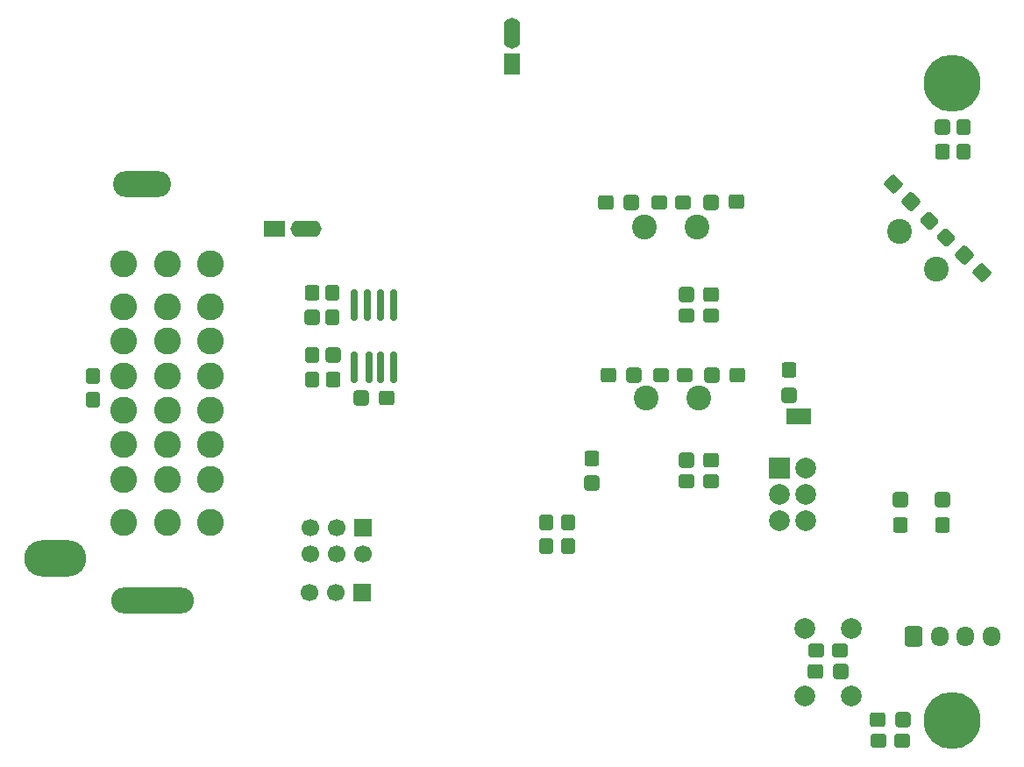
<source format=gbr>
%TF.GenerationSoftware,KiCad,Pcbnew,9.0.2*%
%TF.CreationDate,2025-08-14T17:52:04+08:00*%
%TF.ProjectId,SSRU_v3.1,53535255-5f76-4332-9e31-2e6b69636164,rev?*%
%TF.SameCoordinates,Original*%
%TF.FileFunction,Soldermask,Bot*%
%TF.FilePolarity,Negative*%
%FSLAX46Y46*%
G04 Gerber Fmt 4.6, Leading zero omitted, Abs format (unit mm)*
G04 Created by KiCad (PCBNEW 9.0.2) date 2025-08-14 17:52:04*
%MOMM*%
%LPD*%
G01*
G04 APERTURE LIST*
G04 Aperture macros list*
%AMRoundRect*
0 Rectangle with rounded corners*
0 $1 Rounding radius*
0 $2 $3 $4 $5 $6 $7 $8 $9 X,Y pos of 4 corners*
0 Add a 4 corners polygon primitive as box body*
4,1,4,$2,$3,$4,$5,$6,$7,$8,$9,$2,$3,0*
0 Add four circle primitives for the rounded corners*
1,1,$1+$1,$2,$3*
1,1,$1+$1,$4,$5*
1,1,$1+$1,$6,$7*
1,1,$1+$1,$8,$9*
0 Add four rect primitives between the rounded corners*
20,1,$1+$1,$2,$3,$4,$5,0*
20,1,$1+$1,$4,$5,$6,$7,0*
20,1,$1+$1,$6,$7,$8,$9,0*
20,1,$1+$1,$8,$9,$2,$3,0*%
G04 Aperture macros list end*
%ADD10R,1.000000X1.500000*%
%ADD11R,2.000000X1.600000*%
%ADD12O,3.000000X1.600000*%
%ADD13O,5.600000X2.500000*%
%ADD14O,6.000000X3.500000*%
%ADD15O,8.000000X2.500000*%
%ADD16C,2.600000*%
%ADD17C,5.500000*%
%ADD18R,2.000000X2.000000*%
%ADD19C,2.000000*%
%ADD20RoundRect,0.250000X-0.600000X-0.725000X0.600000X-0.725000X0.600000X0.725000X-0.600000X0.725000X0*%
%ADD21O,1.700000X1.950000*%
%ADD22C,2.400000*%
%ADD23R,1.700000X1.700000*%
%ADD24C,1.700000*%
%ADD25R,1.600000X2.000000*%
%ADD26O,1.600000X3.000000*%
%ADD27RoundRect,0.305575X0.460025X0.412525X-0.460025X0.412525X-0.460025X-0.412525X0.460025X-0.412525X0*%
%ADD28RoundRect,0.308511X0.457089X0.416489X-0.457089X0.416489X-0.457089X-0.416489X0.457089X-0.416489X0*%
%ADD29RoundRect,0.150000X0.150000X-1.350000X0.150000X1.350000X-0.150000X1.350000X-0.150000X-1.350000X0*%
%ADD30RoundRect,0.150000X0.150000X-1.337500X0.150000X1.337500X-0.150000X1.337500X-0.150000X-1.337500X0*%
%ADD31RoundRect,0.305575X-0.412525X0.460025X-0.412525X-0.460025X0.412525X-0.460025X0.412525X0.460025X0*%
%ADD32RoundRect,0.308511X-0.416489X0.457089X-0.416489X-0.457089X0.416489X-0.457089X0.416489X0.457089X0*%
%ADD33RoundRect,0.278125X-0.389375X0.474375X-0.389375X-0.474375X0.389375X-0.474375X0.389375X0.474375X0*%
%ADD34RoundRect,0.305575X-0.616986X0.033588X0.033588X-0.616986X0.616986X-0.033588X-0.033588X0.616986X0*%
%ADD35RoundRect,0.308511X-0.617713X0.028709X0.028709X-0.617713X0.617713X-0.028709X-0.028709X0.617713X0*%
%ADD36RoundRect,0.278125X-0.474375X-0.389375X0.474375X-0.389375X0.474375X0.389375X-0.474375X0.389375X0*%
%ADD37RoundRect,0.305575X0.412525X-0.460025X0.412525X0.460025X-0.412525X0.460025X-0.412525X-0.460025X0*%
%ADD38RoundRect,0.308511X0.416489X-0.457089X0.416489X0.457089X-0.416489X0.457089X-0.416489X-0.457089X0*%
%ADD39RoundRect,0.305575X0.616986X-0.033588X-0.033588X0.616986X-0.616986X0.033588X0.033588X-0.616986X0*%
%ADD40RoundRect,0.308511X0.617713X-0.028709X-0.028709X0.617713X-0.617713X0.028709X0.028709X-0.617713X0*%
%ADD41RoundRect,0.305575X-0.460025X-0.412525X0.460025X-0.412525X0.460025X0.412525X-0.460025X0.412525X0*%
%ADD42RoundRect,0.308511X-0.457089X-0.416489X0.457089X-0.416489X0.457089X0.416489X-0.457089X0.416489X0*%
%ADD43RoundRect,0.278125X0.389375X-0.474375X0.389375X0.474375X-0.389375X0.474375X-0.389375X-0.474375X0*%
%ADD44RoundRect,0.278125X-0.610763X0.060104X0.060104X-0.610763X0.610763X-0.060104X-0.060104X0.610763X0*%
%ADD45RoundRect,0.278125X0.474375X0.389375X-0.474375X0.389375X-0.474375X-0.389375X0.474375X-0.389375X0*%
G04 APERTURE END LIST*
%TO.C,JP1*%
G36*
X175300000Y-102000000D02*
G01*
X175000000Y-102000000D01*
X175000000Y-103500000D01*
X175300000Y-103500000D01*
X175300000Y-102000000D01*
G37*
%TD*%
D10*
%TO.C,JP1*%
X175800000Y-102750000D03*
X174500000Y-102750000D03*
%TD*%
D11*
%TO.C,C7*%
X124550000Y-84600000D03*
D12*
X127550000Y-84600000D03*
%TD*%
D13*
%TO.C,J2*%
X111775000Y-80295000D03*
D14*
X103375000Y-116495000D03*
D15*
X112775000Y-120495000D03*
D16*
X118375000Y-88020000D03*
X118375000Y-92170000D03*
X118375000Y-95500000D03*
X118375000Y-98830000D03*
X118375000Y-102135000D03*
X118375000Y-105490000D03*
X118375000Y-108820000D03*
X118375000Y-112970000D03*
X114175000Y-88020000D03*
X114175000Y-92170000D03*
X114175000Y-95500000D03*
X114175000Y-98830000D03*
X114175000Y-102135000D03*
X114175000Y-105490000D03*
X114175000Y-108820000D03*
X114175000Y-112970000D03*
X109975000Y-88020000D03*
X109975000Y-92170000D03*
X109975000Y-95500000D03*
X109975000Y-98830000D03*
X109975000Y-102135000D03*
X109975000Y-105490000D03*
X109975000Y-108820000D03*
X109975000Y-112970000D03*
%TD*%
D17*
%TO.C,H2*%
X189967641Y-132097800D03*
%TD*%
D18*
%TO.C,J4*%
X173250000Y-107750000D03*
D19*
X175790000Y-107750000D03*
X173250000Y-110290000D03*
X175790000Y-110290000D03*
X173250000Y-112830000D03*
X175790000Y-112830000D03*
%TD*%
D20*
%TO.C,J31*%
X186250000Y-123975000D03*
D21*
X188750000Y-123975000D03*
X191250000Y-123975000D03*
X193750000Y-123975000D03*
%TD*%
D19*
%TO.C,SW1*%
X175750000Y-129750000D03*
X175750000Y-123250000D03*
X180250000Y-129750000D03*
X180250000Y-123250000D03*
%TD*%
D22*
%TO.C,Y3*%
X165493282Y-101000000D03*
X160413282Y-101000000D03*
%TD*%
%TO.C,Y4*%
X165343282Y-84500000D03*
X160263282Y-84500000D03*
%TD*%
%TO.C,Y1*%
X184867589Y-84890266D03*
X188459691Y-88482368D03*
%TD*%
D23*
%TO.C,J1*%
X133000000Y-119735000D03*
D24*
X130460000Y-119735000D03*
X127920000Y-119735000D03*
%TD*%
D17*
%TO.C,H1*%
X189967641Y-70597800D03*
%TD*%
D23*
%TO.C,J3*%
X133040000Y-113460000D03*
D24*
X133040000Y-116000000D03*
X130500000Y-113460000D03*
X130500000Y-116000000D03*
X127960000Y-113460000D03*
X127960000Y-116000000D03*
%TD*%
D25*
%TO.C,C11*%
X147500000Y-68750000D03*
D26*
X147500000Y-65750000D03*
%TD*%
D27*
%TO.C,C41*%
X169215600Y-98742048D03*
D28*
X166784400Y-98748948D03*
%TD*%
D29*
%TO.C,U3*%
X136055000Y-98000000D03*
X134785000Y-98000000D03*
D30*
X133650000Y-98012500D03*
D29*
X132245000Y-98000000D03*
X132245000Y-92000000D03*
X133515000Y-92000000D03*
X134785000Y-92000000D03*
X136055000Y-92000000D03*
%TD*%
D31*
%TO.C,C4*%
X174243100Y-98284400D03*
D32*
X174250000Y-100715600D03*
%TD*%
D33*
%TO.C,R40*%
X106967500Y-98847500D03*
X106967500Y-101152500D03*
%TD*%
D27*
%TO.C,C26*%
X169115600Y-82043100D03*
D28*
X166684400Y-82050000D03*
%TD*%
D27*
%TO.C,C39*%
X166715600Y-90993100D03*
D28*
X164284400Y-91000000D03*
%TD*%
D34*
%TO.C,C17*%
X184276003Y-80285761D03*
D35*
X186000000Y-82000000D03*
%TD*%
D31*
%TO.C,C44*%
X155145600Y-106784400D03*
D32*
X155152500Y-109215600D03*
%TD*%
D36*
%TO.C,R15*%
X161697500Y-82083552D03*
X164002500Y-82083552D03*
%TD*%
D37*
%TO.C,C31*%
X130156900Y-99215600D03*
D38*
X130150000Y-96784400D03*
%TD*%
D39*
%TO.C,C5*%
X192864438Y-88854680D03*
D40*
X191140441Y-87140441D03*
%TD*%
D41*
%TO.C,C42*%
X156784400Y-98755848D03*
D42*
X159215600Y-98748948D03*
%TD*%
D36*
%TO.C,R16*%
X164347500Y-93032500D03*
X166652500Y-93032500D03*
%TD*%
D31*
%TO.C,C36*%
X128143100Y-90784400D03*
D32*
X128150000Y-93215600D03*
%TD*%
D41*
%TO.C,C27*%
X156534400Y-82056900D03*
D42*
X158965600Y-82050000D03*
%TD*%
D43*
%TO.C,R6*%
X150750000Y-115305000D03*
X150750000Y-113000000D03*
%TD*%
D44*
%TO.C,R4*%
X187762078Y-83830717D03*
X189391960Y-85460599D03*
%TD*%
D27*
%TO.C,C43*%
X166715600Y-106993100D03*
D28*
X164284400Y-107000000D03*
%TD*%
D36*
%TO.C,R21*%
X164347500Y-109032500D03*
X166652500Y-109032500D03*
%TD*%
%TO.C,R9*%
X182847500Y-134032500D03*
X185152500Y-134032500D03*
%TD*%
D43*
%TO.C,R10*%
X191032500Y-77152500D03*
X191032500Y-74847500D03*
%TD*%
D37*
%TO.C,C16*%
X185006900Y-113215600D03*
D38*
X185000000Y-110784400D03*
%TD*%
D37*
%TO.C,C29*%
X189006900Y-77215600D03*
D38*
X189000000Y-74784400D03*
%TD*%
D41*
%TO.C,C24*%
X182784400Y-132006900D03*
D42*
X185215600Y-132000000D03*
%TD*%
D33*
%TO.C,R37*%
X152885000Y-113000000D03*
X152885000Y-115305000D03*
%TD*%
D41*
%TO.C,C18*%
X176784400Y-127406900D03*
D42*
X179215600Y-127400000D03*
%TD*%
D27*
%TO.C,C23*%
X135365600Y-100993100D03*
D28*
X132934400Y-101000000D03*
%TD*%
D45*
%TO.C,R5*%
X179152500Y-125367500D03*
X176847500Y-125367500D03*
%TD*%
D36*
%TO.C,R18*%
X161847500Y-98782500D03*
X164152500Y-98782500D03*
%TD*%
D43*
%TO.C,R1*%
X128182500Y-99152500D03*
X128182500Y-96847500D03*
%TD*%
D33*
%TO.C,R2*%
X130117500Y-90847500D03*
X130117500Y-93152500D03*
%TD*%
D37*
%TO.C,C15*%
X189006900Y-113215600D03*
D38*
X189000000Y-110784400D03*
%TD*%
M02*

</source>
